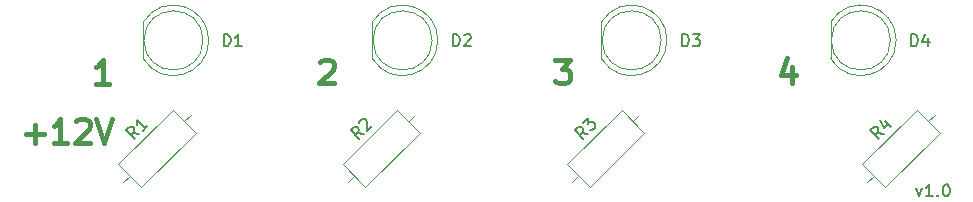
<source format=gbr>
%TF.GenerationSoftware,KiCad,Pcbnew,6.0.5*%
%TF.CreationDate,2022-09-22T17:46:00+02:00*%
%TF.ProjectId,ABS_Simulator_LEDs_b,4142535f-5369-46d7-956c-61746f725f4c,1.0*%
%TF.SameCoordinates,Original*%
%TF.FileFunction,Legend,Top*%
%TF.FilePolarity,Positive*%
%FSLAX46Y46*%
G04 Gerber Fmt 4.6, Leading zero omitted, Abs format (unit mm)*
G04 Created by KiCad (PCBNEW 6.0.5) date 2022-09-22 17:46:00*
%MOMM*%
%LPD*%
G01*
G04 APERTURE LIST*
%ADD10C,0.150000*%
%ADD11C,0.400000*%
%ADD12C,0.120000*%
G04 APERTURE END LIST*
D10*
X155902500Y-97785714D02*
X156140595Y-98452380D01*
X156378690Y-97785714D01*
X157283452Y-98452380D02*
X156712023Y-98452380D01*
X156997738Y-98452380D02*
X156997738Y-97452380D01*
X156902500Y-97595238D01*
X156807261Y-97690476D01*
X156712023Y-97738095D01*
X157712023Y-98357142D02*
X157759642Y-98404761D01*
X157712023Y-98452380D01*
X157664404Y-98404761D01*
X157712023Y-98357142D01*
X157712023Y-98452380D01*
X158378690Y-97452380D02*
X158473928Y-97452380D01*
X158569166Y-97500000D01*
X158616785Y-97547619D01*
X158664404Y-97642857D01*
X158712023Y-97833333D01*
X158712023Y-98071428D01*
X158664404Y-98261904D01*
X158616785Y-98357142D01*
X158569166Y-98404761D01*
X158473928Y-98452380D01*
X158378690Y-98452380D01*
X158283452Y-98404761D01*
X158235833Y-98357142D01*
X158188214Y-98261904D01*
X158140595Y-98071428D01*
X158140595Y-97833333D01*
X158188214Y-97642857D01*
X158235833Y-97547619D01*
X158283452Y-97500000D01*
X158378690Y-97452380D01*
D11*
X87571428Y-88904761D02*
X86428571Y-88904761D01*
X87000000Y-88904761D02*
X87000000Y-86904761D01*
X86809523Y-87190476D01*
X86619047Y-87380952D01*
X86428571Y-87476190D01*
X125333322Y-86874438D02*
X126571417Y-86874438D01*
X125904750Y-87636343D01*
X126190465Y-87636343D01*
X126380941Y-87731581D01*
X126476179Y-87826819D01*
X126571417Y-88017296D01*
X126571417Y-88493486D01*
X126476179Y-88683962D01*
X126380941Y-88779200D01*
X126190465Y-88874438D01*
X125619036Y-88874438D01*
X125428560Y-88779200D01*
X125333322Y-88683962D01*
X105428560Y-87064915D02*
X105523798Y-86969677D01*
X105714274Y-86874438D01*
X106190465Y-86874438D01*
X106380941Y-86969677D01*
X106476179Y-87064915D01*
X106571417Y-87255391D01*
X106571417Y-87445867D01*
X106476179Y-87731581D01*
X105333322Y-88874438D01*
X106571417Y-88874438D01*
X80476190Y-93142857D02*
X82000000Y-93142857D01*
X81238095Y-93904761D02*
X81238095Y-92380952D01*
X84000000Y-93904761D02*
X82857142Y-93904761D01*
X83428571Y-93904761D02*
X83428571Y-91904761D01*
X83238095Y-92190476D01*
X83047619Y-92380952D01*
X82857142Y-92476190D01*
X84761904Y-92095238D02*
X84857142Y-92000000D01*
X85047619Y-91904761D01*
X85523809Y-91904761D01*
X85714285Y-92000000D01*
X85809523Y-92095238D01*
X85904761Y-92285714D01*
X85904761Y-92476190D01*
X85809523Y-92761904D01*
X84666666Y-93904761D01*
X85904761Y-93904761D01*
X86476190Y-91904761D02*
X87142857Y-93904761D01*
X87809523Y-91904761D01*
X145400313Y-87521246D02*
X145400313Y-88854579D01*
X144924122Y-86759341D02*
X144447932Y-88187913D01*
X145686027Y-88187913D01*
D10*
%TO.C,D4*%
X155461904Y-85742380D02*
X155461904Y-84742380D01*
X155700000Y-84742380D01*
X155842857Y-84790000D01*
X155938095Y-84885238D01*
X155985714Y-84980476D01*
X156033333Y-85170952D01*
X156033333Y-85313809D01*
X155985714Y-85504285D01*
X155938095Y-85599523D01*
X155842857Y-85694761D01*
X155700000Y-85742380D01*
X155461904Y-85742380D01*
X156890476Y-85075714D02*
X156890476Y-85742380D01*
X156652380Y-84694761D02*
X156414285Y-85409047D01*
X157033333Y-85409047D01*
%TO.C,D1*%
X97261904Y-85742380D02*
X97261904Y-84742380D01*
X97500000Y-84742380D01*
X97642857Y-84790000D01*
X97738095Y-84885238D01*
X97785714Y-84980476D01*
X97833333Y-85170952D01*
X97833333Y-85313809D01*
X97785714Y-85504285D01*
X97738095Y-85599523D01*
X97642857Y-85694761D01*
X97500000Y-85742380D01*
X97261904Y-85742380D01*
X98785714Y-85742380D02*
X98214285Y-85742380D01*
X98500000Y-85742380D02*
X98500000Y-84742380D01*
X98404761Y-84885238D01*
X98309523Y-84980476D01*
X98214285Y-85028095D01*
%TO.C,R2*%
X109118289Y-93169786D02*
X108545869Y-93068771D01*
X108714228Y-93573847D02*
X108007121Y-92866741D01*
X108276495Y-92597366D01*
X108377510Y-92563695D01*
X108444854Y-92563695D01*
X108545869Y-92597366D01*
X108646884Y-92698382D01*
X108680556Y-92799397D01*
X108680556Y-92866741D01*
X108646884Y-92967756D01*
X108377510Y-93237130D01*
X108747900Y-92260649D02*
X108747900Y-92193305D01*
X108781571Y-92092290D01*
X108949930Y-91923931D01*
X109050946Y-91890260D01*
X109118289Y-91890260D01*
X109219304Y-91923931D01*
X109286648Y-91991275D01*
X109353991Y-92125962D01*
X109353991Y-92934084D01*
X109791724Y-92496351D01*
%TO.C,R3*%
X128118289Y-93169786D02*
X127545869Y-93068771D01*
X127714228Y-93573847D02*
X127007121Y-92866741D01*
X127276495Y-92597366D01*
X127377510Y-92563695D01*
X127444854Y-92563695D01*
X127545869Y-92597366D01*
X127646884Y-92698382D01*
X127680556Y-92799397D01*
X127680556Y-92866741D01*
X127646884Y-92967756D01*
X127377510Y-93237130D01*
X127646884Y-92226977D02*
X128084617Y-91789244D01*
X128118289Y-92294321D01*
X128219304Y-92193305D01*
X128320320Y-92159634D01*
X128387663Y-92159634D01*
X128488678Y-92193305D01*
X128657037Y-92361664D01*
X128690709Y-92462679D01*
X128690709Y-92530023D01*
X128657037Y-92631038D01*
X128455007Y-92833069D01*
X128353991Y-92866741D01*
X128286648Y-92866741D01*
%TO.C,R1*%
X90118289Y-93169786D02*
X89545869Y-93068771D01*
X89714228Y-93573847D02*
X89007121Y-92866741D01*
X89276495Y-92597366D01*
X89377510Y-92563695D01*
X89444854Y-92563695D01*
X89545869Y-92597366D01*
X89646884Y-92698382D01*
X89680556Y-92799397D01*
X89680556Y-92866741D01*
X89646884Y-92967756D01*
X89377510Y-93237130D01*
X90791724Y-92496351D02*
X90387663Y-92900412D01*
X90589694Y-92698382D02*
X89882587Y-91991275D01*
X89916259Y-92159634D01*
X89916259Y-92294321D01*
X89882587Y-92395336D01*
%TO.C,R4*%
X153118289Y-93169786D02*
X152545869Y-93068771D01*
X152714228Y-93573847D02*
X152007121Y-92866741D01*
X152276495Y-92597366D01*
X152377510Y-92563695D01*
X152444854Y-92563695D01*
X152545869Y-92597366D01*
X152646884Y-92698382D01*
X152680556Y-92799397D01*
X152680556Y-92866741D01*
X152646884Y-92967756D01*
X152377510Y-93237130D01*
X153252976Y-92092290D02*
X153724381Y-92563695D01*
X152815243Y-91991275D02*
X153151961Y-92664710D01*
X153589694Y-92226977D01*
%TO.C,D3*%
X136056904Y-85742380D02*
X136056904Y-84742380D01*
X136295000Y-84742380D01*
X136437857Y-84790000D01*
X136533095Y-84885238D01*
X136580714Y-84980476D01*
X136628333Y-85170952D01*
X136628333Y-85313809D01*
X136580714Y-85504285D01*
X136533095Y-85599523D01*
X136437857Y-85694761D01*
X136295000Y-85742380D01*
X136056904Y-85742380D01*
X136961666Y-84742380D02*
X137580714Y-84742380D01*
X137247380Y-85123333D01*
X137390238Y-85123333D01*
X137485476Y-85170952D01*
X137533095Y-85218571D01*
X137580714Y-85313809D01*
X137580714Y-85551904D01*
X137533095Y-85647142D01*
X137485476Y-85694761D01*
X137390238Y-85742380D01*
X137104523Y-85742380D01*
X137009285Y-85694761D01*
X136961666Y-85647142D01*
%TO.C,D2*%
X116656904Y-85742380D02*
X116656904Y-84742380D01*
X116895000Y-84742380D01*
X117037857Y-84790000D01*
X117133095Y-84885238D01*
X117180714Y-84980476D01*
X117228333Y-85170952D01*
X117228333Y-85313809D01*
X117180714Y-85504285D01*
X117133095Y-85599523D01*
X117037857Y-85694761D01*
X116895000Y-85742380D01*
X116656904Y-85742380D01*
X117609285Y-84837619D02*
X117656904Y-84790000D01*
X117752142Y-84742380D01*
X117990238Y-84742380D01*
X118085476Y-84790000D01*
X118133095Y-84837619D01*
X118180714Y-84932857D01*
X118180714Y-85028095D01*
X118133095Y-85170952D01*
X117561666Y-85742380D01*
X118180714Y-85742380D01*
D12*
%TO.C,D4*%
X148640000Y-83705000D02*
X148640000Y-86795000D01*
X148640000Y-86794830D02*
G75*
G03*
X154190000Y-85249538I2560000J1544830D01*
G01*
X154190000Y-85250462D02*
G75*
G03*
X148640000Y-83705170I-2990000J462D01*
G01*
X153700000Y-85250000D02*
G75*
G03*
X153700000Y-85250000I-2500000J0D01*
G01*
%TO.C,D1*%
X90440000Y-83705000D02*
X90440000Y-86795000D01*
X90440000Y-86794830D02*
G75*
G03*
X95990000Y-85249538I2560000J1544830D01*
G01*
X95990000Y-85250462D02*
G75*
G03*
X90440000Y-83705170I-2990000J462D01*
G01*
X95500000Y-85250000D02*
G75*
G03*
X95500000Y-85250000I-2500000J0D01*
G01*
%TO.C,R2*%
X107311127Y-95751400D02*
X109248600Y-97688873D01*
X113873078Y-93064395D02*
X111935605Y-91126922D01*
X113448814Y-91551186D02*
X112904342Y-92095658D01*
X109248600Y-97688873D02*
X113873078Y-93064395D01*
X111935605Y-91126922D02*
X107311127Y-95751400D01*
X107735391Y-97264609D02*
X108279863Y-96720137D01*
%TO.C,R3*%
X126311127Y-95751400D02*
X128248600Y-97688873D01*
X130935605Y-91126922D02*
X126311127Y-95751400D01*
X132873078Y-93064395D02*
X130935605Y-91126922D01*
X132448814Y-91551186D02*
X131904342Y-92095658D01*
X128248600Y-97688873D02*
X132873078Y-93064395D01*
X126735391Y-97264609D02*
X127279863Y-96720137D01*
%TO.C,R1*%
X94448814Y-91551186D02*
X93904342Y-92095658D01*
X88735391Y-97264609D02*
X89279863Y-96720137D01*
X88311127Y-95751400D02*
X90248600Y-97688873D01*
X92935605Y-91126922D02*
X88311127Y-95751400D01*
X94873078Y-93064395D02*
X92935605Y-91126922D01*
X90248600Y-97688873D02*
X94873078Y-93064395D01*
%TO.C,R4*%
X151735391Y-97264609D02*
X152279863Y-96720137D01*
X151311127Y-95751400D02*
X153248600Y-97688873D01*
X155935605Y-91126922D02*
X151311127Y-95751400D01*
X153248600Y-97688873D02*
X157873078Y-93064395D01*
X157873078Y-93064395D02*
X155935605Y-91126922D01*
X157448814Y-91551186D02*
X156904342Y-92095658D01*
%TO.C,D3*%
X129235000Y-83705000D02*
X129235000Y-86795000D01*
X129235000Y-86794830D02*
G75*
G03*
X134785000Y-85249538I2560000J1544830D01*
G01*
X134785000Y-85250462D02*
G75*
G03*
X129235000Y-83705170I-2990000J462D01*
G01*
X134295000Y-85250000D02*
G75*
G03*
X134295000Y-85250000I-2500000J0D01*
G01*
%TO.C,D2*%
X109835000Y-83705000D02*
X109835000Y-86795000D01*
X109835000Y-86794830D02*
G75*
G03*
X115385000Y-85249538I2560000J1544830D01*
G01*
X115385000Y-85250462D02*
G75*
G03*
X109835000Y-83705170I-2990000J462D01*
G01*
X114895000Y-85250000D02*
G75*
G03*
X114895000Y-85250000I-2500000J0D01*
G01*
%TD*%
M02*

</source>
